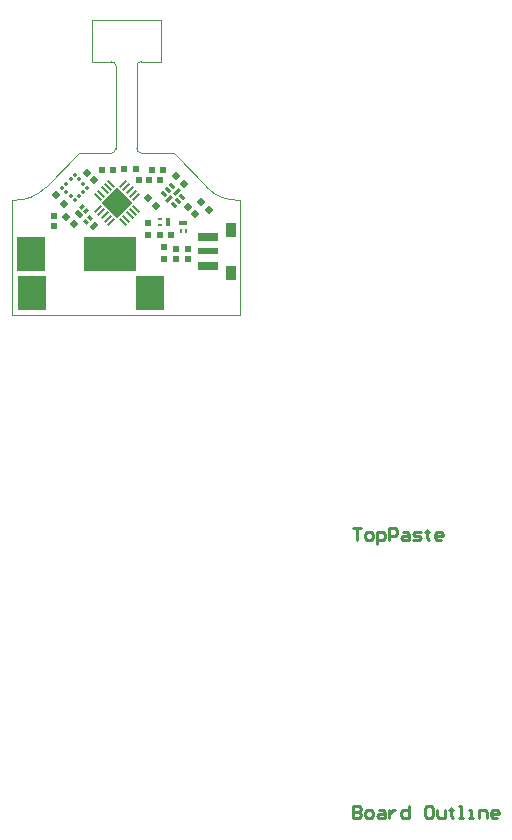
<source format=gtp>
G04*
G04 #@! TF.GenerationSoftware,Altium Limited,Altium Designer,23.1.1 (15)*
G04*
G04 Layer_Color=15987699*
%FSLAX24Y24*%
%MOIN*%
G70*
G04*
G04 #@! TF.SameCoordinates,9E248168-9D0A-4965-B1BF-A28D9D39D317*
G04*
G04*
G04 #@! TF.FilePolarity,Positive*
G04*
G01*
G75*
%ADD10C,0.0100*%
%ADD17C,0.0005*%
%ADD18P,0.0153X4X270.0*%
%ADD19R,0.0098X0.0157*%
%ADD20R,0.0276X0.0157*%
G04:AMPARAMS|DCode=21|XSize=9.8mil|YSize=15.7mil|CornerRadius=0mil|HoleSize=0mil|Usage=FLASHONLY|Rotation=45.000|XOffset=0mil|YOffset=0mil|HoleType=Round|Shape=Rectangle|*
%AMROTATEDRECTD21*
4,1,4,0.0021,-0.0090,-0.0090,0.0021,-0.0021,0.0090,0.0090,-0.0021,0.0021,-0.0090,0.0*
%
%ADD21ROTATEDRECTD21*%

G04:AMPARAMS|DCode=22|XSize=27.6mil|YSize=15.7mil|CornerRadius=0mil|HoleSize=0mil|Usage=FLASHONLY|Rotation=45.000|XOffset=0mil|YOffset=0mil|HoleType=Round|Shape=Rectangle|*
%AMROTATEDRECTD22*
4,1,4,-0.0042,-0.0153,-0.0153,-0.0042,0.0042,0.0153,0.0153,0.0042,-0.0042,-0.0153,0.0*
%
%ADD22ROTATEDRECTD22*%

%ADD23R,0.0157X0.0098*%
%ADD24R,0.0157X0.0276*%
G04:AMPARAMS|DCode=25|XSize=9.8mil|YSize=15.7mil|CornerRadius=0mil|HoleSize=0mil|Usage=FLASHONLY|Rotation=315.000|XOffset=0mil|YOffset=0mil|HoleType=Round|Shape=Rectangle|*
%AMROTATEDRECTD25*
4,1,4,-0.0090,-0.0021,0.0021,0.0090,0.0090,0.0021,-0.0021,-0.0090,-0.0090,-0.0021,0.0*
%
%ADD25ROTATEDRECTD25*%

G04:AMPARAMS|DCode=26|XSize=27.6mil|YSize=15.7mil|CornerRadius=0mil|HoleSize=0mil|Usage=FLASHONLY|Rotation=315.000|XOffset=0mil|YOffset=0mil|HoleType=Round|Shape=Rectangle|*
%AMROTATEDRECTD26*
4,1,4,-0.0153,0.0042,-0.0042,0.0153,0.0153,-0.0042,0.0042,-0.0153,-0.0153,0.0042,0.0*
%
%ADD26ROTATEDRECTD26*%

G04:AMPARAMS|DCode=27|XSize=31.5mil|YSize=7.9mil|CornerRadius=0mil|HoleSize=0mil|Usage=FLASHONLY|Rotation=315.000|XOffset=0mil|YOffset=0mil|HoleType=Round|Shape=Rectangle|*
%AMROTATEDRECTD27*
4,1,4,-0.0139,0.0084,-0.0084,0.0139,0.0139,-0.0084,0.0084,-0.0139,-0.0139,0.0084,0.0*
%
%ADD27ROTATEDRECTD27*%

G04:AMPARAMS|DCode=28|XSize=31.5mil|YSize=7.9mil|CornerRadius=0mil|HoleSize=0mil|Usage=FLASHONLY|Rotation=45.000|XOffset=0mil|YOffset=0mil|HoleType=Round|Shape=Rectangle|*
%AMROTATEDRECTD28*
4,1,4,-0.0084,-0.0139,-0.0139,-0.0084,0.0084,0.0139,0.0139,0.0084,-0.0084,-0.0139,0.0*
%
%ADD28ROTATEDRECTD28*%

%ADD29P,0.1002X4X90.0*%
G04:AMPARAMS|DCode=30|XSize=9.8mil|YSize=22.8mil|CornerRadius=0mil|HoleSize=0mil|Usage=FLASHONLY|Rotation=45.000|XOffset=0mil|YOffset=0mil|HoleType=Round|Shape=Rectangle|*
%AMROTATEDRECTD30*
4,1,4,0.0046,-0.0116,-0.0116,0.0046,-0.0046,0.0116,0.0116,-0.0046,0.0046,-0.0116,0.0*
%
%ADD30ROTATEDRECTD30*%

G04:AMPARAMS|DCode=31|XSize=13.8mil|YSize=24.8mil|CornerRadius=0mil|HoleSize=0mil|Usage=FLASHONLY|Rotation=135.000|XOffset=0mil|YOffset=0mil|HoleType=Round|Shape=Rectangle|*
%AMROTATEDRECTD31*
4,1,4,0.0136,0.0039,-0.0039,-0.0136,-0.0136,-0.0039,0.0039,0.0136,0.0136,0.0039,0.0*
%
%ADD31ROTATEDRECTD31*%

%ADD32R,0.0217X0.0217*%
%ADD33R,0.0350X0.0515*%
%ADD34R,0.0710X0.0295*%
%ADD35R,0.0710X0.0240*%
%ADD36R,0.0945X0.1181*%
%ADD37R,0.1717X0.1118*%
%ADD38R,0.0921X0.1118*%
%ADD39P,0.0279X4X180.0*%
%ADD40R,0.0197X0.0197*%
%ADD41R,0.0197X0.0197*%
%ADD42P,0.0307X4X180.0*%
%ADD43R,0.0217X0.0217*%
D10*
X11354Y-7083D02*
X11621D01*
X11487D01*
Y-7482D01*
X11821D02*
X11954D01*
X12021Y-7416D01*
Y-7282D01*
X11954Y-7216D01*
X11821D01*
X11754Y-7282D01*
Y-7416D01*
X11821Y-7482D01*
X12154Y-7616D02*
Y-7216D01*
X12354D01*
X12420Y-7282D01*
Y-7416D01*
X12354Y-7482D01*
X12154D01*
X12554D02*
Y-7083D01*
X12754D01*
X12820Y-7149D01*
Y-7282D01*
X12754Y-7349D01*
X12554D01*
X13020Y-7216D02*
X13154D01*
X13220Y-7282D01*
Y-7482D01*
X13020D01*
X12954Y-7416D01*
X13020Y-7349D01*
X13220D01*
X13353Y-7482D02*
X13553D01*
X13620Y-7416D01*
X13553Y-7349D01*
X13420D01*
X13353Y-7282D01*
X13420Y-7216D01*
X13620D01*
X13820Y-7149D02*
Y-7216D01*
X13753D01*
X13887D01*
X13820D01*
Y-7416D01*
X13887Y-7482D01*
X14286D02*
X14153D01*
X14087Y-7416D01*
Y-7282D01*
X14153Y-7216D01*
X14286D01*
X14353Y-7282D01*
Y-7349D01*
X14087D01*
X11354Y-16380D02*
Y-16780D01*
X11554D01*
X11621Y-16713D01*
Y-16646D01*
X11554Y-16580D01*
X11354D01*
X11554D01*
X11621Y-16513D01*
Y-16446D01*
X11554Y-16380D01*
X11354D01*
X11821Y-16780D02*
X11954D01*
X12021Y-16713D01*
Y-16580D01*
X11954Y-16513D01*
X11821D01*
X11754Y-16580D01*
Y-16713D01*
X11821Y-16780D01*
X12220Y-16513D02*
X12354D01*
X12420Y-16580D01*
Y-16780D01*
X12220D01*
X12154Y-16713D01*
X12220Y-16646D01*
X12420D01*
X12554Y-16513D02*
Y-16780D01*
Y-16646D01*
X12620Y-16580D01*
X12687Y-16513D01*
X12754D01*
X13220Y-16380D02*
Y-16780D01*
X13020D01*
X12954Y-16713D01*
Y-16580D01*
X13020Y-16513D01*
X13220D01*
X13953Y-16380D02*
X13820D01*
X13753Y-16446D01*
Y-16713D01*
X13820Y-16780D01*
X13953D01*
X14020Y-16713D01*
Y-16446D01*
X13953Y-16380D01*
X14153Y-16513D02*
Y-16713D01*
X14220Y-16780D01*
X14420D01*
Y-16513D01*
X14620Y-16446D02*
Y-16513D01*
X14553D01*
X14686D01*
X14620D01*
Y-16713D01*
X14686Y-16780D01*
X14886D02*
X15020D01*
X14953D01*
Y-16380D01*
X14886D01*
X15220Y-16780D02*
X15353D01*
X15286D01*
Y-16513D01*
X15220D01*
X15553Y-16780D02*
Y-16513D01*
X15753D01*
X15819Y-16580D01*
Y-16780D01*
X16153D02*
X16019D01*
X15953Y-16713D01*
Y-16580D01*
X16019Y-16513D01*
X16153D01*
X16219Y-16580D01*
Y-16646D01*
X15953D01*
D17*
X0Y3830D02*
G03*
X1114Y4257I100J1406D01*
G01*
X6486D02*
G03*
X7600Y3830I1014J979D01*
G01*
X3450Y8300D02*
G03*
X3300Y8450I-150J0D01*
G01*
X4150Y5550D02*
G03*
X4300Y5400I150J0D01*
G01*
Y8450D02*
G03*
X4150Y8300I0J-150D01*
G01*
X3300Y5400D02*
G03*
X3450Y5550I0J150D01*
G01*
X0Y0D02*
Y3830D01*
X7600Y0D02*
Y1725D01*
Y2515D01*
Y3830D01*
X0Y0D02*
X7600D01*
X2650Y8450D02*
Y9830D01*
X4300Y5400D02*
X5382D01*
X2650Y8450D02*
X3300D01*
X2650Y9830D02*
X4950D01*
Y8450D02*
Y9830D01*
X3450Y5550D02*
Y8300D01*
X4300Y8450D02*
X4950D01*
X5382Y5400D02*
X6486Y4257D01*
X1114D02*
X2218Y5400D01*
X4150Y5550D02*
Y8300D01*
X2218Y5400D02*
X3300D01*
D18*
X1945Y3966D02*
D03*
X2084Y3827D02*
D03*
X1806Y4105D02*
D03*
X2224Y3966D02*
D03*
X2363Y4105D02*
D03*
X1667Y4244D02*
D03*
X1806Y4384D02*
D03*
X1945Y4523D02*
D03*
X2224Y4523D02*
D03*
X2502Y4244D02*
D03*
X2363Y4384D02*
D03*
X2084Y4662D02*
D03*
D19*
X5793Y2804D02*
D03*
X5616D02*
D03*
D20*
X5704Y3080D02*
D03*
D21*
X2465Y3117D02*
D03*
X2590Y3242D02*
D03*
D22*
X2722Y2985D02*
D03*
D23*
X4920Y3012D02*
D03*
Y3189D02*
D03*
D24*
X5196Y3101D02*
D03*
D25*
X2340Y3612D02*
D03*
X2465Y3486D02*
D03*
D26*
X2208Y3354D02*
D03*
D27*
X2856Y3934D02*
D03*
X3190Y4268D02*
D03*
X3078Y4157D02*
D03*
X2967Y4046D02*
D03*
X3301Y4380D02*
D03*
X3802Y3211D02*
D03*
X3691Y3099D02*
D03*
X4025Y3433D02*
D03*
X3914Y3322D02*
D03*
X4136Y3545D02*
D03*
D28*
X2856D02*
D03*
X2967Y3433D02*
D03*
X3802Y4268D02*
D03*
X3691Y4380D02*
D03*
X3078Y3322D02*
D03*
X3190Y3211D02*
D03*
X3301Y3099D02*
D03*
X3914Y4157D02*
D03*
X4025Y4046D02*
D03*
X4136Y3934D02*
D03*
D29*
X3496Y3740D02*
D03*
D30*
X5394Y3668D02*
D03*
X5041Y4021D02*
D03*
X5180Y4161D02*
D03*
X5319Y4300D02*
D03*
X5673Y3946D02*
D03*
X5534Y3807D02*
D03*
D31*
X5478Y4105D02*
D03*
X5236Y3863D02*
D03*
D32*
X4572Y4505D02*
D03*
X4218D02*
D03*
X3345Y4851D02*
D03*
X2991D02*
D03*
X4926Y4505D02*
D03*
X4572D02*
D03*
X5025Y4851D02*
D03*
X4671D02*
D03*
X5275Y2669D02*
D03*
X4921D02*
D03*
D33*
X7288Y2848D02*
D03*
Y1393D02*
D03*
D34*
X6518Y1638D02*
D03*
Y2603D02*
D03*
D35*
Y2121D02*
D03*
D36*
X4579Y730D02*
D03*
X642D02*
D03*
D37*
X3250Y2050D02*
D03*
D38*
X632D02*
D03*
D39*
X5737Y4361D02*
D03*
X5459Y4640D02*
D03*
X1734Y3719D02*
D03*
X1455Y3998D02*
D03*
D40*
X4524Y2686D02*
D03*
Y3080D02*
D03*
X5058Y2259D02*
D03*
Y1865D02*
D03*
D41*
X3740Y4856D02*
D03*
X4134D02*
D03*
D42*
X1800Y3276D02*
D03*
X2050Y3026D02*
D03*
X2731Y4489D02*
D03*
X2481Y4740D02*
D03*
X6103Y3366D02*
D03*
X5853Y3616D02*
D03*
X6302Y3769D02*
D03*
X6552Y3519D02*
D03*
X4783Y3646D02*
D03*
X4533Y3896D02*
D03*
D43*
X1385Y2962D02*
D03*
Y3316D02*
D03*
X5848Y1857D02*
D03*
Y2211D02*
D03*
X5448Y2208D02*
D03*
Y1854D02*
D03*
M02*

</source>
